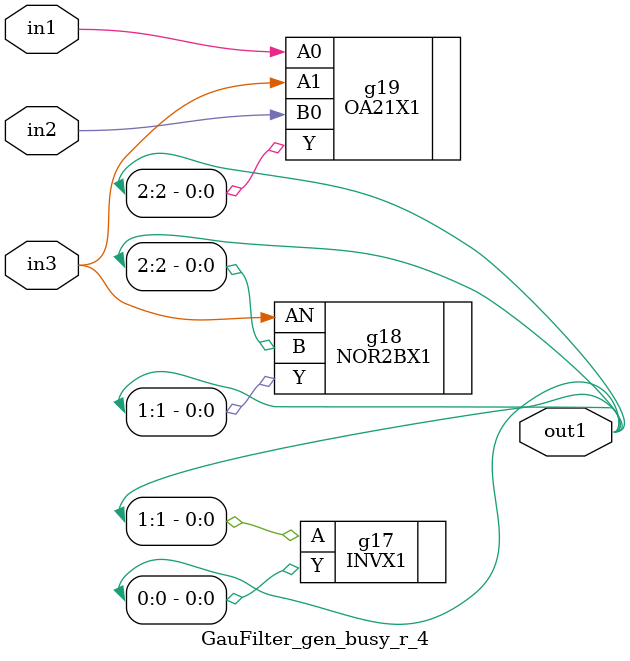
<source format=v>
`timescale 1ps / 1ps


module GauFilter_gen_busy_r_4(in1, in2, in3, out1);
  input in1, in2, in3;
  output [2:0] out1;
  wire in1, in2, in3;
  wire [2:0] out1;
  INVX1 g17(.A (out1[1]), .Y (out1[0]));
  NOR2BX1 g18(.AN (in3), .B (out1[2]), .Y (out1[1]));
  OA21X1 g19(.A0 (in1), .A1 (in3), .B0 (in2), .Y (out1[2]));
endmodule


</source>
